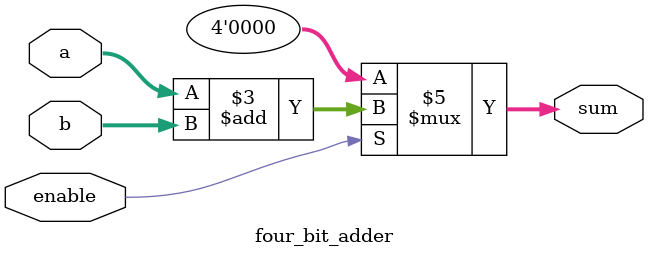
<source format=v>
module four_bit_adder(
    input [3:0] a,
    input [3:0] b,
    input enable,
    output reg [3:0] sum
);

always @ (a, b, enable)
begin
    if(enable == 1'b1)
        sum = a + b;
    else
        sum = 4'b0000;
end

endmodule
</source>
